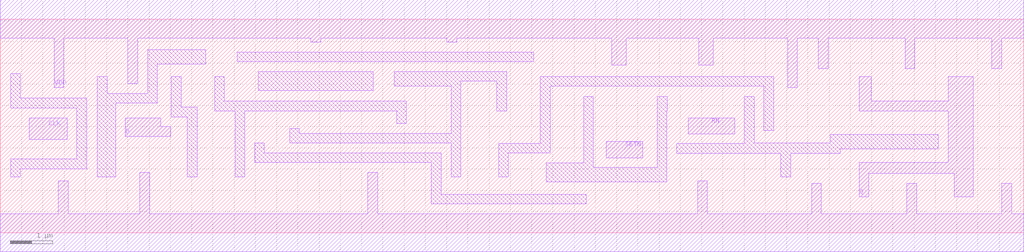
<source format=lef>
# Copyright 2022 GlobalFoundries PDK Authors
#
# Licensed under the Apache License, Version 2.0 (the "License");
# you may not use this file except in compliance with the License.
# You may obtain a copy of the License at
#
#      http://www.apache.org/licenses/LICENSE-2.0
#
# Unless required by applicable law or agreed to in writing, software
# distributed under the License is distributed on an "AS IS" BASIS,
# WITHOUT WARRANTIES OR CONDITIONS OF ANY KIND, either express or implied.
# See the License for the specific language governing permissions and
# limitations under the License.

MACRO gf180mcu_fd_sc_mcu9t5v0__dffrsnq_4
  CLASS core ;
  FOREIGN gf180mcu_fd_sc_mcu9t5v0__dffrsnq_4 0.0 0.0 ;
  ORIGIN 0 0 ;
  SYMMETRY X Y ;
  SITE GF018hv5v_green_sc9 ;
  SIZE 24.08 BY 5.04 ;
  PIN D
    DIRECTION INPUT ;
    ANTENNAGATEAREA 0.854 ;
    PORT
      LAYER METAL1 ;
        POLYGON 2.945 2.27 4.01 2.27 4.01 2.5 3.77 2.5 3.77 2.71 2.945 2.71  ;
    END
  END D
  PIN RN
    DIRECTION INPUT ;
    ANTENNAGATEAREA 2.018 ;
    PORT
      LAYER METAL1 ;
        POLYGON 16.185 2.33 17.275 2.33 17.275 2.71 16.185 2.71  ;
    END
  END RN
  PIN SETN
    DIRECTION INPUT ;
    ANTENNAGATEAREA 2.018 ;
    PORT
      LAYER METAL1 ;
        POLYGON 14.26 1.77 15.115 1.77 15.115 2.15 14.26 2.15  ;
    END
  END SETN
  PIN CLK
    DIRECTION INPUT ;
    USE clock ;
    ANTENNAGATEAREA 1.164 ;
    PORT
      LAYER METAL1 ;
        POLYGON 0.685 2.2 1.575 2.2 1.575 2.71 0.685 2.71  ;
    END
  END CLK
  PIN Q
    DIRECTION OUTPUT ;
    ANTENNADIFFAREA 3.276 ;
    PORT
      LAYER METAL1 ;
        POLYGON 20.205 2.875 22.07 2.875 22.3 2.875 22.3 1.655 20.205 1.655 20.205 0.845 20.435 0.845 20.435 1.395 22.445 1.395 22.445 0.845 22.885 0.845 22.885 3.685 22.305 3.685 22.305 3.105 22.07 3.105 20.495 3.105 20.495 3.685 20.205 3.685  ;
    END
  END Q
  PIN VDD
    DIRECTION INOUT ;
    USE power ;
    SHAPE ABUTMENT ;
    PORT
      LAYER METAL1 ;
        POLYGON 0 4.59 1.265 4.59 1.265 3.425 1.495 3.425 1.495 4.59 2.035 4.59 3.005 4.59 3.005 3.515 3.235 3.515 3.235 4.59 4.835 4.59 7.305 4.59 7.305 4.49 7.535 4.49 7.535 4.59 10.505 4.59 10.505 4.49 10.735 4.49 10.735 4.59 12.55 4.59 14.39 4.59 14.39 3.95 14.73 3.95 14.73 4.59 16.43 4.59 16.43 3.95 16.77 3.95 16.77 4.59 18.195 4.59 18.525 4.59 18.525 3.425 18.755 3.425 18.755 4.59 19.245 4.59 19.245 3.875 19.475 3.875 19.475 4.59 21.285 4.59 21.285 3.875 21.515 3.875 21.515 4.59 22.07 4.59 23.325 4.59 23.325 3.875 23.555 3.875 23.555 4.59 24.08 4.59 24.08 5.49 22.07 5.49 18.195 5.49 12.55 5.49 4.835 5.49 2.035 5.49 0 5.49  ;
    END
  END VDD
  PIN VSS
    DIRECTION INOUT ;
    USE ground ;
    SHAPE ABUTMENT ;
    PORT
      LAYER METAL1 ;
        POLYGON 0 -0.45 24.08 -0.45 24.08 0.45 23.795 0.45 23.795 1.165 23.565 1.165 23.565 0.45 21.555 0.45 21.555 1.165 21.325 1.165 21.325 0.45 19.315 0.45 19.315 1.165 19.085 1.165 19.085 0.45 16.635 0.45 16.635 1.225 16.405 1.225 16.405 0.45 8.875 0.45 8.875 1.425 8.645 1.425 8.645 0.45 3.515 0.45 3.515 1.425 3.285 1.425 3.285 0.45 1.595 0.45 1.595 1.225 1.365 1.225 1.365 0.45 0 0.45  ;
    END
  END VSS
  OBS
      LAYER METAL1 ;
        POLYGON 0.245 2.94 1.805 2.94 1.805 1.74 0.245 1.74 0.245 1.315 0.475 1.315 0.475 1.51 2.035 1.51 2.035 3.17 0.475 3.17 0.475 3.75 0.245 3.75  ;
        POLYGON 4.025 2.73 4.405 2.73 4.405 1.315 4.635 1.315 4.635 2.96 4.255 2.96 4.255 3.685 4.025 3.685  ;
        POLYGON 2.285 1.315 2.715 1.315 2.715 3.055 3.695 3.055 3.695 3.975 4.835 3.975 4.835 4.315 3.465 4.315 3.465 3.285 2.515 3.285 2.515 3.685 2.285 3.685  ;
        POLYGON 6.065 3.35 8.775 3.35 8.775 3.8 6.065 3.8  ;
        POLYGON 5.045 2.875 5.525 2.875 5.525 1.315 5.755 1.315 5.755 2.875 9.325 2.875 9.325 2.575 9.555 2.575 9.555 3.105 5.275 3.105 5.275 3.685 5.045 3.685  ;
        POLYGON 9.265 3.46 10.605 3.46 10.605 2.345 7.035 2.345 7.035 2.455 6.805 2.455 6.805 2.115 10.605 2.115 10.605 1.315 10.835 1.315 10.835 3.57 11.685 3.57 11.685 2.875 11.915 2.875 11.915 3.8 9.265 3.8  ;
        POLYGON 5.57 4.03 12.55 4.03 12.55 4.26 5.57 4.26  ;
        POLYGON 5.985 1.655 10.145 1.655 10.145 0.68 13.79 0.68 13.79 0.91 10.375 0.91 10.375 1.885 6.215 1.885 6.215 2.115 5.985 2.115  ;
        POLYGON 12.845 1.2 15.68 1.2 15.68 2.875 15.695 2.875 15.695 3.215 15.45 3.215 15.45 1.54 13.955 1.54 13.955 3.215 13.725 3.215 13.725 1.65 12.845 1.65  ;
        POLYGON 11.725 1.315 11.955 1.315 11.955 1.88 12.935 1.88 12.935 3.455 17.965 3.455 17.965 2.415 18.195 2.415 18.195 3.685 12.705 3.685 12.705 2.11 11.725 2.11  ;
        POLYGON 15.91 1.87 18.365 1.87 18.365 1.315 18.595 1.315 18.595 1.865 19.755 1.865 19.755 1.975 22.07 1.975 22.07 2.315 19.52 2.315 19.52 2.115 17.735 2.115 17.735 3.215 17.505 3.215 17.505 2.1 15.91 2.1  ;
  END
END gf180mcu_fd_sc_mcu9t5v0__dffrsnq_4

</source>
